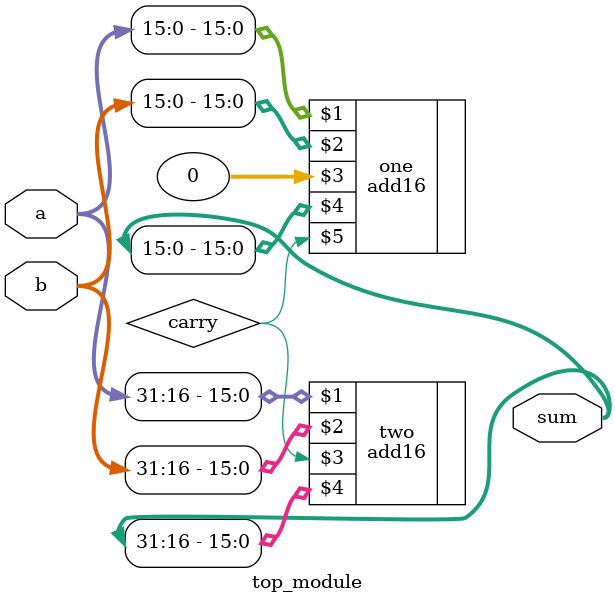
<source format=v>
module top_module(
    input [31:0] a,
    input [31:0] b,
    output [31:0] sum
);
    wire carry;
    add16 one( a[15:0], b[15:0], 0, sum[15:0], carry);
    add16 two( a[31:16], b[31:16], carry, sum[31:16],);   

endmodule

</source>
